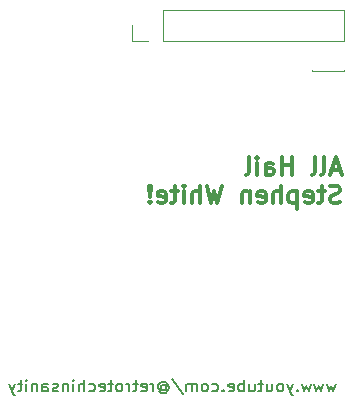
<source format=gbr>
G04 #@! TF.GenerationSoftware,KiCad,Pcbnew,7.0.2*
G04 #@! TF.CreationDate,2025-03-19T22:04:08+13:00*
G04 #@! TF.ProjectId,C128_Pi1541_Interface,43313238-5f50-4693-9135-34315f496e74,rev?*
G04 #@! TF.SameCoordinates,Original*
G04 #@! TF.FileFunction,Legend,Bot*
G04 #@! TF.FilePolarity,Positive*
%FSLAX46Y46*%
G04 Gerber Fmt 4.6, Leading zero omitted, Abs format (unit mm)*
G04 Created by KiCad (PCBNEW 7.0.2) date 2025-03-19 22:04:08*
%MOMM*%
%LPD*%
G01*
G04 APERTURE LIST*
%ADD10C,0.150000*%
%ADD11C,0.300000*%
%ADD12C,0.120000*%
G04 APERTURE END LIST*
D10*
X139049142Y-93952952D02*
X138858666Y-94619619D01*
X138858666Y-94619619D02*
X138668190Y-94143428D01*
X138668190Y-94143428D02*
X138477714Y-94619619D01*
X138477714Y-94619619D02*
X138287238Y-93952952D01*
X138001523Y-93952952D02*
X137811047Y-94619619D01*
X137811047Y-94619619D02*
X137620571Y-94143428D01*
X137620571Y-94143428D02*
X137430095Y-94619619D01*
X137430095Y-94619619D02*
X137239619Y-93952952D01*
X136953904Y-93952952D02*
X136763428Y-94619619D01*
X136763428Y-94619619D02*
X136572952Y-94143428D01*
X136572952Y-94143428D02*
X136382476Y-94619619D01*
X136382476Y-94619619D02*
X136192000Y-93952952D01*
X135811047Y-94524380D02*
X135763428Y-94572000D01*
X135763428Y-94572000D02*
X135811047Y-94619619D01*
X135811047Y-94619619D02*
X135858666Y-94572000D01*
X135858666Y-94572000D02*
X135811047Y-94524380D01*
X135811047Y-94524380D02*
X135811047Y-94619619D01*
X135430095Y-93952952D02*
X135192000Y-94619619D01*
X134953905Y-93952952D02*
X135192000Y-94619619D01*
X135192000Y-94619619D02*
X135287238Y-94857714D01*
X135287238Y-94857714D02*
X135334857Y-94905333D01*
X135334857Y-94905333D02*
X135430095Y-94952952D01*
X134430095Y-94619619D02*
X134525333Y-94572000D01*
X134525333Y-94572000D02*
X134572952Y-94524380D01*
X134572952Y-94524380D02*
X134620571Y-94429142D01*
X134620571Y-94429142D02*
X134620571Y-94143428D01*
X134620571Y-94143428D02*
X134572952Y-94048190D01*
X134572952Y-94048190D02*
X134525333Y-94000571D01*
X134525333Y-94000571D02*
X134430095Y-93952952D01*
X134430095Y-93952952D02*
X134287238Y-93952952D01*
X134287238Y-93952952D02*
X134192000Y-94000571D01*
X134192000Y-94000571D02*
X134144381Y-94048190D01*
X134144381Y-94048190D02*
X134096762Y-94143428D01*
X134096762Y-94143428D02*
X134096762Y-94429142D01*
X134096762Y-94429142D02*
X134144381Y-94524380D01*
X134144381Y-94524380D02*
X134192000Y-94572000D01*
X134192000Y-94572000D02*
X134287238Y-94619619D01*
X134287238Y-94619619D02*
X134430095Y-94619619D01*
X133239619Y-93952952D02*
X133239619Y-94619619D01*
X133668190Y-93952952D02*
X133668190Y-94476761D01*
X133668190Y-94476761D02*
X133620571Y-94572000D01*
X133620571Y-94572000D02*
X133525333Y-94619619D01*
X133525333Y-94619619D02*
X133382476Y-94619619D01*
X133382476Y-94619619D02*
X133287238Y-94572000D01*
X133287238Y-94572000D02*
X133239619Y-94524380D01*
X132906285Y-93952952D02*
X132525333Y-93952952D01*
X132763428Y-93619619D02*
X132763428Y-94476761D01*
X132763428Y-94476761D02*
X132715809Y-94572000D01*
X132715809Y-94572000D02*
X132620571Y-94619619D01*
X132620571Y-94619619D02*
X132525333Y-94619619D01*
X131763428Y-93952952D02*
X131763428Y-94619619D01*
X132191999Y-93952952D02*
X132191999Y-94476761D01*
X132191999Y-94476761D02*
X132144380Y-94572000D01*
X132144380Y-94572000D02*
X132049142Y-94619619D01*
X132049142Y-94619619D02*
X131906285Y-94619619D01*
X131906285Y-94619619D02*
X131811047Y-94572000D01*
X131811047Y-94572000D02*
X131763428Y-94524380D01*
X131287237Y-94619619D02*
X131287237Y-93619619D01*
X131287237Y-94000571D02*
X131191999Y-93952952D01*
X131191999Y-93952952D02*
X131001523Y-93952952D01*
X131001523Y-93952952D02*
X130906285Y-94000571D01*
X130906285Y-94000571D02*
X130858666Y-94048190D01*
X130858666Y-94048190D02*
X130811047Y-94143428D01*
X130811047Y-94143428D02*
X130811047Y-94429142D01*
X130811047Y-94429142D02*
X130858666Y-94524380D01*
X130858666Y-94524380D02*
X130906285Y-94572000D01*
X130906285Y-94572000D02*
X131001523Y-94619619D01*
X131001523Y-94619619D02*
X131191999Y-94619619D01*
X131191999Y-94619619D02*
X131287237Y-94572000D01*
X130001523Y-94572000D02*
X130096761Y-94619619D01*
X130096761Y-94619619D02*
X130287237Y-94619619D01*
X130287237Y-94619619D02*
X130382475Y-94572000D01*
X130382475Y-94572000D02*
X130430094Y-94476761D01*
X130430094Y-94476761D02*
X130430094Y-94095809D01*
X130430094Y-94095809D02*
X130382475Y-94000571D01*
X130382475Y-94000571D02*
X130287237Y-93952952D01*
X130287237Y-93952952D02*
X130096761Y-93952952D01*
X130096761Y-93952952D02*
X130001523Y-94000571D01*
X130001523Y-94000571D02*
X129953904Y-94095809D01*
X129953904Y-94095809D02*
X129953904Y-94191047D01*
X129953904Y-94191047D02*
X130430094Y-94286285D01*
X129525332Y-94524380D02*
X129477713Y-94572000D01*
X129477713Y-94572000D02*
X129525332Y-94619619D01*
X129525332Y-94619619D02*
X129572951Y-94572000D01*
X129572951Y-94572000D02*
X129525332Y-94524380D01*
X129525332Y-94524380D02*
X129525332Y-94619619D01*
X128620571Y-94572000D02*
X128715809Y-94619619D01*
X128715809Y-94619619D02*
X128906285Y-94619619D01*
X128906285Y-94619619D02*
X129001523Y-94572000D01*
X129001523Y-94572000D02*
X129049142Y-94524380D01*
X129049142Y-94524380D02*
X129096761Y-94429142D01*
X129096761Y-94429142D02*
X129096761Y-94143428D01*
X129096761Y-94143428D02*
X129049142Y-94048190D01*
X129049142Y-94048190D02*
X129001523Y-94000571D01*
X129001523Y-94000571D02*
X128906285Y-93952952D01*
X128906285Y-93952952D02*
X128715809Y-93952952D01*
X128715809Y-93952952D02*
X128620571Y-94000571D01*
X128049142Y-94619619D02*
X128144380Y-94572000D01*
X128144380Y-94572000D02*
X128191999Y-94524380D01*
X128191999Y-94524380D02*
X128239618Y-94429142D01*
X128239618Y-94429142D02*
X128239618Y-94143428D01*
X128239618Y-94143428D02*
X128191999Y-94048190D01*
X128191999Y-94048190D02*
X128144380Y-94000571D01*
X128144380Y-94000571D02*
X128049142Y-93952952D01*
X128049142Y-93952952D02*
X127906285Y-93952952D01*
X127906285Y-93952952D02*
X127811047Y-94000571D01*
X127811047Y-94000571D02*
X127763428Y-94048190D01*
X127763428Y-94048190D02*
X127715809Y-94143428D01*
X127715809Y-94143428D02*
X127715809Y-94429142D01*
X127715809Y-94429142D02*
X127763428Y-94524380D01*
X127763428Y-94524380D02*
X127811047Y-94572000D01*
X127811047Y-94572000D02*
X127906285Y-94619619D01*
X127906285Y-94619619D02*
X128049142Y-94619619D01*
X127287237Y-94619619D02*
X127287237Y-93952952D01*
X127287237Y-94048190D02*
X127239618Y-94000571D01*
X127239618Y-94000571D02*
X127144380Y-93952952D01*
X127144380Y-93952952D02*
X127001523Y-93952952D01*
X127001523Y-93952952D02*
X126906285Y-94000571D01*
X126906285Y-94000571D02*
X126858666Y-94095809D01*
X126858666Y-94095809D02*
X126858666Y-94619619D01*
X126858666Y-94095809D02*
X126811047Y-94000571D01*
X126811047Y-94000571D02*
X126715809Y-93952952D01*
X126715809Y-93952952D02*
X126572952Y-93952952D01*
X126572952Y-93952952D02*
X126477713Y-94000571D01*
X126477713Y-94000571D02*
X126430094Y-94095809D01*
X126430094Y-94095809D02*
X126430094Y-94619619D01*
X125239619Y-93572000D02*
X126096761Y-94857714D01*
X124287238Y-94143428D02*
X124334857Y-94095809D01*
X124334857Y-94095809D02*
X124430095Y-94048190D01*
X124430095Y-94048190D02*
X124525333Y-94048190D01*
X124525333Y-94048190D02*
X124620571Y-94095809D01*
X124620571Y-94095809D02*
X124668190Y-94143428D01*
X124668190Y-94143428D02*
X124715809Y-94238666D01*
X124715809Y-94238666D02*
X124715809Y-94333904D01*
X124715809Y-94333904D02*
X124668190Y-94429142D01*
X124668190Y-94429142D02*
X124620571Y-94476761D01*
X124620571Y-94476761D02*
X124525333Y-94524380D01*
X124525333Y-94524380D02*
X124430095Y-94524380D01*
X124430095Y-94524380D02*
X124334857Y-94476761D01*
X124334857Y-94476761D02*
X124287238Y-94429142D01*
X124287238Y-94048190D02*
X124287238Y-94429142D01*
X124287238Y-94429142D02*
X124239619Y-94476761D01*
X124239619Y-94476761D02*
X124192000Y-94476761D01*
X124192000Y-94476761D02*
X124096761Y-94429142D01*
X124096761Y-94429142D02*
X124049142Y-94333904D01*
X124049142Y-94333904D02*
X124049142Y-94095809D01*
X124049142Y-94095809D02*
X124144381Y-93952952D01*
X124144381Y-93952952D02*
X124287238Y-93857714D01*
X124287238Y-93857714D02*
X124477714Y-93810095D01*
X124477714Y-93810095D02*
X124668190Y-93857714D01*
X124668190Y-93857714D02*
X124811047Y-93952952D01*
X124811047Y-93952952D02*
X124906285Y-94095809D01*
X124906285Y-94095809D02*
X124953904Y-94286285D01*
X124953904Y-94286285D02*
X124906285Y-94476761D01*
X124906285Y-94476761D02*
X124811047Y-94619619D01*
X124811047Y-94619619D02*
X124668190Y-94714857D01*
X124668190Y-94714857D02*
X124477714Y-94762476D01*
X124477714Y-94762476D02*
X124287238Y-94714857D01*
X124287238Y-94714857D02*
X124144381Y-94619619D01*
X123620571Y-94619619D02*
X123620571Y-93952952D01*
X123620571Y-94143428D02*
X123572952Y-94048190D01*
X123572952Y-94048190D02*
X123525333Y-94000571D01*
X123525333Y-94000571D02*
X123430095Y-93952952D01*
X123430095Y-93952952D02*
X123334857Y-93952952D01*
X122620571Y-94572000D02*
X122715809Y-94619619D01*
X122715809Y-94619619D02*
X122906285Y-94619619D01*
X122906285Y-94619619D02*
X123001523Y-94572000D01*
X123001523Y-94572000D02*
X123049142Y-94476761D01*
X123049142Y-94476761D02*
X123049142Y-94095809D01*
X123049142Y-94095809D02*
X123001523Y-94000571D01*
X123001523Y-94000571D02*
X122906285Y-93952952D01*
X122906285Y-93952952D02*
X122715809Y-93952952D01*
X122715809Y-93952952D02*
X122620571Y-94000571D01*
X122620571Y-94000571D02*
X122572952Y-94095809D01*
X122572952Y-94095809D02*
X122572952Y-94191047D01*
X122572952Y-94191047D02*
X123049142Y-94286285D01*
X122287237Y-93952952D02*
X121906285Y-93952952D01*
X122144380Y-93619619D02*
X122144380Y-94476761D01*
X122144380Y-94476761D02*
X122096761Y-94572000D01*
X122096761Y-94572000D02*
X122001523Y-94619619D01*
X122001523Y-94619619D02*
X121906285Y-94619619D01*
X121572951Y-94619619D02*
X121572951Y-93952952D01*
X121572951Y-94143428D02*
X121525332Y-94048190D01*
X121525332Y-94048190D02*
X121477713Y-94000571D01*
X121477713Y-94000571D02*
X121382475Y-93952952D01*
X121382475Y-93952952D02*
X121287237Y-93952952D01*
X120811046Y-94619619D02*
X120906284Y-94572000D01*
X120906284Y-94572000D02*
X120953903Y-94524380D01*
X120953903Y-94524380D02*
X121001522Y-94429142D01*
X121001522Y-94429142D02*
X121001522Y-94143428D01*
X121001522Y-94143428D02*
X120953903Y-94048190D01*
X120953903Y-94048190D02*
X120906284Y-94000571D01*
X120906284Y-94000571D02*
X120811046Y-93952952D01*
X120811046Y-93952952D02*
X120668189Y-93952952D01*
X120668189Y-93952952D02*
X120572951Y-94000571D01*
X120572951Y-94000571D02*
X120525332Y-94048190D01*
X120525332Y-94048190D02*
X120477713Y-94143428D01*
X120477713Y-94143428D02*
X120477713Y-94429142D01*
X120477713Y-94429142D02*
X120525332Y-94524380D01*
X120525332Y-94524380D02*
X120572951Y-94572000D01*
X120572951Y-94572000D02*
X120668189Y-94619619D01*
X120668189Y-94619619D02*
X120811046Y-94619619D01*
X120191998Y-93952952D02*
X119811046Y-93952952D01*
X120049141Y-93619619D02*
X120049141Y-94476761D01*
X120049141Y-94476761D02*
X120001522Y-94572000D01*
X120001522Y-94572000D02*
X119906284Y-94619619D01*
X119906284Y-94619619D02*
X119811046Y-94619619D01*
X119096760Y-94572000D02*
X119191998Y-94619619D01*
X119191998Y-94619619D02*
X119382474Y-94619619D01*
X119382474Y-94619619D02*
X119477712Y-94572000D01*
X119477712Y-94572000D02*
X119525331Y-94476761D01*
X119525331Y-94476761D02*
X119525331Y-94095809D01*
X119525331Y-94095809D02*
X119477712Y-94000571D01*
X119477712Y-94000571D02*
X119382474Y-93952952D01*
X119382474Y-93952952D02*
X119191998Y-93952952D01*
X119191998Y-93952952D02*
X119096760Y-94000571D01*
X119096760Y-94000571D02*
X119049141Y-94095809D01*
X119049141Y-94095809D02*
X119049141Y-94191047D01*
X119049141Y-94191047D02*
X119525331Y-94286285D01*
X118191998Y-94572000D02*
X118287236Y-94619619D01*
X118287236Y-94619619D02*
X118477712Y-94619619D01*
X118477712Y-94619619D02*
X118572950Y-94572000D01*
X118572950Y-94572000D02*
X118620569Y-94524380D01*
X118620569Y-94524380D02*
X118668188Y-94429142D01*
X118668188Y-94429142D02*
X118668188Y-94143428D01*
X118668188Y-94143428D02*
X118620569Y-94048190D01*
X118620569Y-94048190D02*
X118572950Y-94000571D01*
X118572950Y-94000571D02*
X118477712Y-93952952D01*
X118477712Y-93952952D02*
X118287236Y-93952952D01*
X118287236Y-93952952D02*
X118191998Y-94000571D01*
X117763426Y-94619619D02*
X117763426Y-93619619D01*
X117334855Y-94619619D02*
X117334855Y-94095809D01*
X117334855Y-94095809D02*
X117382474Y-94000571D01*
X117382474Y-94000571D02*
X117477712Y-93952952D01*
X117477712Y-93952952D02*
X117620569Y-93952952D01*
X117620569Y-93952952D02*
X117715807Y-94000571D01*
X117715807Y-94000571D02*
X117763426Y-94048190D01*
X116858664Y-94619619D02*
X116858664Y-93952952D01*
X116858664Y-93619619D02*
X116906283Y-93667238D01*
X116906283Y-93667238D02*
X116858664Y-93714857D01*
X116858664Y-93714857D02*
X116811045Y-93667238D01*
X116811045Y-93667238D02*
X116858664Y-93619619D01*
X116858664Y-93619619D02*
X116858664Y-93714857D01*
X116382474Y-93952952D02*
X116382474Y-94619619D01*
X116382474Y-94048190D02*
X116334855Y-94000571D01*
X116334855Y-94000571D02*
X116239617Y-93952952D01*
X116239617Y-93952952D02*
X116096760Y-93952952D01*
X116096760Y-93952952D02*
X116001522Y-94000571D01*
X116001522Y-94000571D02*
X115953903Y-94095809D01*
X115953903Y-94095809D02*
X115953903Y-94619619D01*
X115525331Y-94572000D02*
X115430093Y-94619619D01*
X115430093Y-94619619D02*
X115239617Y-94619619D01*
X115239617Y-94619619D02*
X115144379Y-94572000D01*
X115144379Y-94572000D02*
X115096760Y-94476761D01*
X115096760Y-94476761D02*
X115096760Y-94429142D01*
X115096760Y-94429142D02*
X115144379Y-94333904D01*
X115144379Y-94333904D02*
X115239617Y-94286285D01*
X115239617Y-94286285D02*
X115382474Y-94286285D01*
X115382474Y-94286285D02*
X115477712Y-94238666D01*
X115477712Y-94238666D02*
X115525331Y-94143428D01*
X115525331Y-94143428D02*
X115525331Y-94095809D01*
X115525331Y-94095809D02*
X115477712Y-94000571D01*
X115477712Y-94000571D02*
X115382474Y-93952952D01*
X115382474Y-93952952D02*
X115239617Y-93952952D01*
X115239617Y-93952952D02*
X115144379Y-94000571D01*
X114239617Y-94619619D02*
X114239617Y-94095809D01*
X114239617Y-94095809D02*
X114287236Y-94000571D01*
X114287236Y-94000571D02*
X114382474Y-93952952D01*
X114382474Y-93952952D02*
X114572950Y-93952952D01*
X114572950Y-93952952D02*
X114668188Y-94000571D01*
X114239617Y-94572000D02*
X114334855Y-94619619D01*
X114334855Y-94619619D02*
X114572950Y-94619619D01*
X114572950Y-94619619D02*
X114668188Y-94572000D01*
X114668188Y-94572000D02*
X114715807Y-94476761D01*
X114715807Y-94476761D02*
X114715807Y-94381523D01*
X114715807Y-94381523D02*
X114668188Y-94286285D01*
X114668188Y-94286285D02*
X114572950Y-94238666D01*
X114572950Y-94238666D02*
X114334855Y-94238666D01*
X114334855Y-94238666D02*
X114239617Y-94191047D01*
X113763426Y-93952952D02*
X113763426Y-94619619D01*
X113763426Y-94048190D02*
X113715807Y-94000571D01*
X113715807Y-94000571D02*
X113620569Y-93952952D01*
X113620569Y-93952952D02*
X113477712Y-93952952D01*
X113477712Y-93952952D02*
X113382474Y-94000571D01*
X113382474Y-94000571D02*
X113334855Y-94095809D01*
X113334855Y-94095809D02*
X113334855Y-94619619D01*
X112858664Y-94619619D02*
X112858664Y-93952952D01*
X112858664Y-93619619D02*
X112906283Y-93667238D01*
X112906283Y-93667238D02*
X112858664Y-93714857D01*
X112858664Y-93714857D02*
X112811045Y-93667238D01*
X112811045Y-93667238D02*
X112858664Y-93619619D01*
X112858664Y-93619619D02*
X112858664Y-93714857D01*
X112525331Y-93952952D02*
X112144379Y-93952952D01*
X112382474Y-93619619D02*
X112382474Y-94476761D01*
X112382474Y-94476761D02*
X112334855Y-94572000D01*
X112334855Y-94572000D02*
X112239617Y-94619619D01*
X112239617Y-94619619D02*
X112144379Y-94619619D01*
X111906283Y-93952952D02*
X111668188Y-94619619D01*
X111430093Y-93952952D02*
X111668188Y-94619619D01*
X111668188Y-94619619D02*
X111763426Y-94857714D01*
X111763426Y-94857714D02*
X111811045Y-94905333D01*
X111811045Y-94905333D02*
X111906283Y-94952952D01*
D11*
X139414285Y-75824857D02*
X138700000Y-75824857D01*
X139557142Y-76253428D02*
X139057142Y-74753428D01*
X139057142Y-74753428D02*
X138557142Y-76253428D01*
X137842857Y-76253428D02*
X137985714Y-76182000D01*
X137985714Y-76182000D02*
X138057143Y-76039142D01*
X138057143Y-76039142D02*
X138057143Y-74753428D01*
X137057143Y-76253428D02*
X137200000Y-76182000D01*
X137200000Y-76182000D02*
X137271429Y-76039142D01*
X137271429Y-76039142D02*
X137271429Y-74753428D01*
X135342858Y-76253428D02*
X135342858Y-74753428D01*
X135342858Y-75467714D02*
X134485715Y-75467714D01*
X134485715Y-76253428D02*
X134485715Y-74753428D01*
X133128572Y-76253428D02*
X133128572Y-75467714D01*
X133128572Y-75467714D02*
X133200000Y-75324857D01*
X133200000Y-75324857D02*
X133342857Y-75253428D01*
X133342857Y-75253428D02*
X133628572Y-75253428D01*
X133628572Y-75253428D02*
X133771429Y-75324857D01*
X133128572Y-76182000D02*
X133271429Y-76253428D01*
X133271429Y-76253428D02*
X133628572Y-76253428D01*
X133628572Y-76253428D02*
X133771429Y-76182000D01*
X133771429Y-76182000D02*
X133842857Y-76039142D01*
X133842857Y-76039142D02*
X133842857Y-75896285D01*
X133842857Y-75896285D02*
X133771429Y-75753428D01*
X133771429Y-75753428D02*
X133628572Y-75682000D01*
X133628572Y-75682000D02*
X133271429Y-75682000D01*
X133271429Y-75682000D02*
X133128572Y-75610571D01*
X132414286Y-76253428D02*
X132414286Y-75253428D01*
X132414286Y-74753428D02*
X132485714Y-74824857D01*
X132485714Y-74824857D02*
X132414286Y-74896285D01*
X132414286Y-74896285D02*
X132342857Y-74824857D01*
X132342857Y-74824857D02*
X132414286Y-74753428D01*
X132414286Y-74753428D02*
X132414286Y-74896285D01*
X131485714Y-76253428D02*
X131628571Y-76182000D01*
X131628571Y-76182000D02*
X131700000Y-76039142D01*
X131700000Y-76039142D02*
X131700000Y-74753428D01*
X139414285Y-78612000D02*
X139200000Y-78683428D01*
X139200000Y-78683428D02*
X138842857Y-78683428D01*
X138842857Y-78683428D02*
X138700000Y-78612000D01*
X138700000Y-78612000D02*
X138628571Y-78540571D01*
X138628571Y-78540571D02*
X138557142Y-78397714D01*
X138557142Y-78397714D02*
X138557142Y-78254857D01*
X138557142Y-78254857D02*
X138628571Y-78112000D01*
X138628571Y-78112000D02*
X138700000Y-78040571D01*
X138700000Y-78040571D02*
X138842857Y-77969142D01*
X138842857Y-77969142D02*
X139128571Y-77897714D01*
X139128571Y-77897714D02*
X139271428Y-77826285D01*
X139271428Y-77826285D02*
X139342857Y-77754857D01*
X139342857Y-77754857D02*
X139414285Y-77612000D01*
X139414285Y-77612000D02*
X139414285Y-77469142D01*
X139414285Y-77469142D02*
X139342857Y-77326285D01*
X139342857Y-77326285D02*
X139271428Y-77254857D01*
X139271428Y-77254857D02*
X139128571Y-77183428D01*
X139128571Y-77183428D02*
X138771428Y-77183428D01*
X138771428Y-77183428D02*
X138557142Y-77254857D01*
X138128571Y-77683428D02*
X137557143Y-77683428D01*
X137914286Y-77183428D02*
X137914286Y-78469142D01*
X137914286Y-78469142D02*
X137842857Y-78612000D01*
X137842857Y-78612000D02*
X137700000Y-78683428D01*
X137700000Y-78683428D02*
X137557143Y-78683428D01*
X136485714Y-78612000D02*
X136628571Y-78683428D01*
X136628571Y-78683428D02*
X136914286Y-78683428D01*
X136914286Y-78683428D02*
X137057143Y-78612000D01*
X137057143Y-78612000D02*
X137128571Y-78469142D01*
X137128571Y-78469142D02*
X137128571Y-77897714D01*
X137128571Y-77897714D02*
X137057143Y-77754857D01*
X137057143Y-77754857D02*
X136914286Y-77683428D01*
X136914286Y-77683428D02*
X136628571Y-77683428D01*
X136628571Y-77683428D02*
X136485714Y-77754857D01*
X136485714Y-77754857D02*
X136414286Y-77897714D01*
X136414286Y-77897714D02*
X136414286Y-78040571D01*
X136414286Y-78040571D02*
X137128571Y-78183428D01*
X135771429Y-77683428D02*
X135771429Y-79183428D01*
X135771429Y-77754857D02*
X135628572Y-77683428D01*
X135628572Y-77683428D02*
X135342857Y-77683428D01*
X135342857Y-77683428D02*
X135200000Y-77754857D01*
X135200000Y-77754857D02*
X135128572Y-77826285D01*
X135128572Y-77826285D02*
X135057143Y-77969142D01*
X135057143Y-77969142D02*
X135057143Y-78397714D01*
X135057143Y-78397714D02*
X135128572Y-78540571D01*
X135128572Y-78540571D02*
X135200000Y-78612000D01*
X135200000Y-78612000D02*
X135342857Y-78683428D01*
X135342857Y-78683428D02*
X135628572Y-78683428D01*
X135628572Y-78683428D02*
X135771429Y-78612000D01*
X134414286Y-78683428D02*
X134414286Y-77183428D01*
X133771429Y-78683428D02*
X133771429Y-77897714D01*
X133771429Y-77897714D02*
X133842857Y-77754857D01*
X133842857Y-77754857D02*
X133985714Y-77683428D01*
X133985714Y-77683428D02*
X134200000Y-77683428D01*
X134200000Y-77683428D02*
X134342857Y-77754857D01*
X134342857Y-77754857D02*
X134414286Y-77826285D01*
X132485714Y-78612000D02*
X132628571Y-78683428D01*
X132628571Y-78683428D02*
X132914286Y-78683428D01*
X132914286Y-78683428D02*
X133057143Y-78612000D01*
X133057143Y-78612000D02*
X133128571Y-78469142D01*
X133128571Y-78469142D02*
X133128571Y-77897714D01*
X133128571Y-77897714D02*
X133057143Y-77754857D01*
X133057143Y-77754857D02*
X132914286Y-77683428D01*
X132914286Y-77683428D02*
X132628571Y-77683428D01*
X132628571Y-77683428D02*
X132485714Y-77754857D01*
X132485714Y-77754857D02*
X132414286Y-77897714D01*
X132414286Y-77897714D02*
X132414286Y-78040571D01*
X132414286Y-78040571D02*
X133128571Y-78183428D01*
X131771429Y-77683428D02*
X131771429Y-78683428D01*
X131771429Y-77826285D02*
X131700000Y-77754857D01*
X131700000Y-77754857D02*
X131557143Y-77683428D01*
X131557143Y-77683428D02*
X131342857Y-77683428D01*
X131342857Y-77683428D02*
X131200000Y-77754857D01*
X131200000Y-77754857D02*
X131128572Y-77897714D01*
X131128572Y-77897714D02*
X131128572Y-78683428D01*
X129414286Y-77183428D02*
X129057143Y-78683428D01*
X129057143Y-78683428D02*
X128771429Y-77612000D01*
X128771429Y-77612000D02*
X128485714Y-78683428D01*
X128485714Y-78683428D02*
X128128572Y-77183428D01*
X127557143Y-78683428D02*
X127557143Y-77183428D01*
X126914286Y-78683428D02*
X126914286Y-77897714D01*
X126914286Y-77897714D02*
X126985714Y-77754857D01*
X126985714Y-77754857D02*
X127128571Y-77683428D01*
X127128571Y-77683428D02*
X127342857Y-77683428D01*
X127342857Y-77683428D02*
X127485714Y-77754857D01*
X127485714Y-77754857D02*
X127557143Y-77826285D01*
X126200000Y-78683428D02*
X126200000Y-77683428D01*
X126200000Y-77183428D02*
X126271428Y-77254857D01*
X126271428Y-77254857D02*
X126200000Y-77326285D01*
X126200000Y-77326285D02*
X126128571Y-77254857D01*
X126128571Y-77254857D02*
X126200000Y-77183428D01*
X126200000Y-77183428D02*
X126200000Y-77326285D01*
X125699999Y-77683428D02*
X125128571Y-77683428D01*
X125485714Y-77183428D02*
X125485714Y-78469142D01*
X125485714Y-78469142D02*
X125414285Y-78612000D01*
X125414285Y-78612000D02*
X125271428Y-78683428D01*
X125271428Y-78683428D02*
X125128571Y-78683428D01*
X124057142Y-78612000D02*
X124199999Y-78683428D01*
X124199999Y-78683428D02*
X124485714Y-78683428D01*
X124485714Y-78683428D02*
X124628571Y-78612000D01*
X124628571Y-78612000D02*
X124699999Y-78469142D01*
X124699999Y-78469142D02*
X124699999Y-77897714D01*
X124699999Y-77897714D02*
X124628571Y-77754857D01*
X124628571Y-77754857D02*
X124485714Y-77683428D01*
X124485714Y-77683428D02*
X124199999Y-77683428D01*
X124199999Y-77683428D02*
X124057142Y-77754857D01*
X124057142Y-77754857D02*
X123985714Y-77897714D01*
X123985714Y-77897714D02*
X123985714Y-78040571D01*
X123985714Y-78040571D02*
X124699999Y-78183428D01*
X123342857Y-78540571D02*
X123271428Y-78612000D01*
X123271428Y-78612000D02*
X123342857Y-78683428D01*
X123342857Y-78683428D02*
X123414285Y-78612000D01*
X123414285Y-78612000D02*
X123342857Y-78540571D01*
X123342857Y-78540571D02*
X123342857Y-78683428D01*
X123342857Y-78112000D02*
X123414285Y-77254857D01*
X123414285Y-77254857D02*
X123342857Y-77183428D01*
X123342857Y-77183428D02*
X123271428Y-77254857D01*
X123271428Y-77254857D02*
X123342857Y-78112000D01*
X123342857Y-78112000D02*
X123342857Y-77183428D01*
D10*
G04 #@! TO.C,*
D12*
X139760000Y-67497000D02*
X137100000Y-67497000D01*
X139760000Y-67377000D02*
X139760000Y-67497000D01*
X137100000Y-67377000D02*
X137100000Y-67497000D01*
X139760000Y-62297000D02*
X139760000Y-64957000D01*
X124460000Y-62297000D02*
X139760000Y-62297000D01*
X124460000Y-62297000D02*
X124460000Y-64957000D01*
X121860000Y-63627000D02*
X121860000Y-64957000D01*
X124460000Y-64957000D02*
X139760000Y-64957000D01*
X121860000Y-64957000D02*
X123190000Y-64957000D01*
G04 #@! TD*
M02*

</source>
